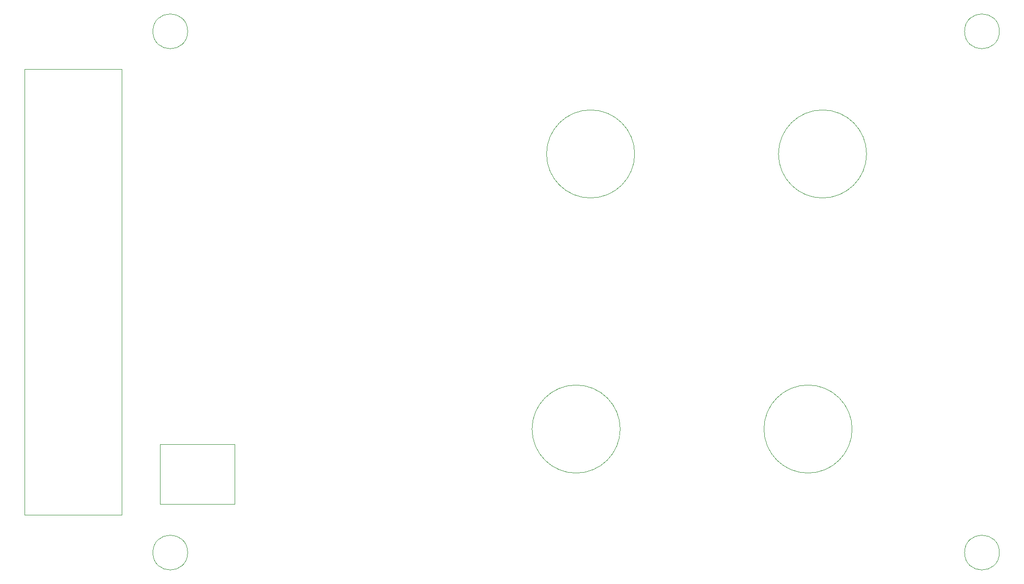
<source format=gbr>
G04 #@! TF.GenerationSoftware,KiCad,Pcbnew,(5.1.6)-1*
G04 #@! TF.CreationDate,2021-03-03T14:17:43+01:00*
G04 #@! TF.ProjectId,Busbar board,42757362-6172-4206-926f-6172642e6b69,rev?*
G04 #@! TF.SameCoordinates,PX4c4b360PY85843d4*
G04 #@! TF.FileFunction,Other,User*
%FSLAX46Y46*%
G04 Gerber Fmt 4.6, Leading zero omitted, Abs format (unit mm)*
G04 Created by KiCad (PCBNEW (5.1.6)-1) date 2021-03-03 14:17:43*
%MOMM*%
%LPD*%
G01*
G04 APERTURE LIST*
%ADD10C,0.050000*%
%ADD11C,0.100000*%
%ADD12C,0.120000*%
G04 APERTURE END LIST*
D10*
X143000160Y2260D02*
G75*
G03*
X143000160Y2260I-3000000J0D01*
G01*
X3000160Y90002260D02*
G75*
G03*
X3000160Y90002260I-3000000J0D01*
G01*
X143000160Y90002260D02*
G75*
G03*
X143000160Y90002260I-3000000J0D01*
G01*
X3000160Y2260D02*
G75*
G03*
X3000160Y2260I-3000000J0D01*
G01*
D11*
X80100160Y68832260D02*
G75*
G03*
X80100160Y68832260I-7600000J0D01*
G01*
X120100160Y68832260D02*
G75*
G03*
X120100160Y68832260I-7600000J0D01*
G01*
X77600160Y21332260D02*
G75*
G03*
X77600160Y21332260I-7600000J0D01*
G01*
X117600160Y21332260D02*
G75*
G03*
X117600160Y21332260I-7600000J0D01*
G01*
D12*
X-1799840Y8382260D02*
X-1799840Y18732260D01*
X-1799840Y18732260D02*
X11100160Y18732260D01*
X11100160Y18732260D02*
X11100160Y8382260D01*
X11100160Y8382260D02*
X-1799840Y8382260D01*
X-8399840Y6537260D02*
X-8399840Y83437260D01*
X-25099840Y6537260D02*
X-8399840Y6537260D01*
X-25099840Y83437260D02*
X-25099840Y6537260D01*
X-8899840Y83437260D02*
X-25099840Y83437260D01*
X-8399840Y83437260D02*
X-8899840Y83437260D01*
M02*

</source>
